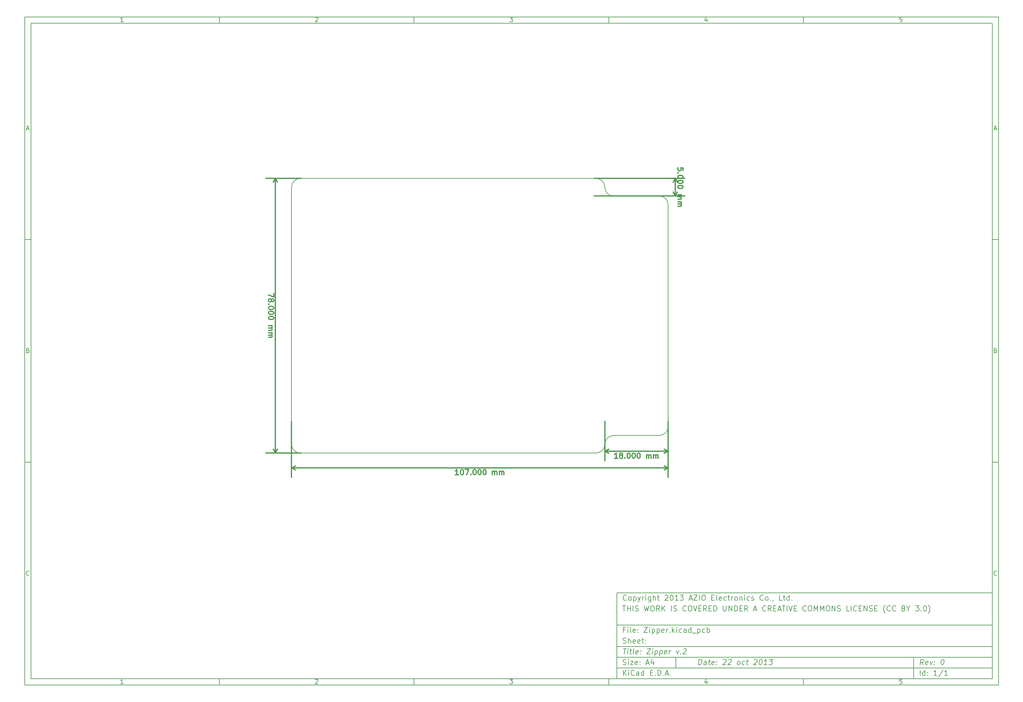
<source format=gbr>
G04 (created by PCBNEW (2013-07-07 BZR 4022)-stable) date 10/22/2013 6:32:42 PM*
%MOIN*%
G04 Gerber Fmt 3.4, Leading zero omitted, Abs format*
%FSLAX34Y34*%
G01*
G70*
G90*
G04 APERTURE LIST*
%ADD10C,0.00590551*%
%ADD11C,0.011811*%
%ADD12C,0.00787402*%
G04 APERTURE END LIST*
G54D10*
X4000Y-4000D02*
X112930Y-4000D01*
X112930Y-78680D01*
X4000Y-78680D01*
X4000Y-4000D01*
X4700Y-4700D02*
X112230Y-4700D01*
X112230Y-77980D01*
X4700Y-77980D01*
X4700Y-4700D01*
X25780Y-4000D02*
X25780Y-4700D01*
X15032Y-4552D02*
X14747Y-4552D01*
X14890Y-4552D02*
X14890Y-4052D01*
X14842Y-4123D01*
X14794Y-4171D01*
X14747Y-4195D01*
X25780Y-78680D02*
X25780Y-77980D01*
X15032Y-78532D02*
X14747Y-78532D01*
X14890Y-78532D02*
X14890Y-78032D01*
X14842Y-78103D01*
X14794Y-78151D01*
X14747Y-78175D01*
X47560Y-4000D02*
X47560Y-4700D01*
X36527Y-4100D02*
X36550Y-4076D01*
X36598Y-4052D01*
X36717Y-4052D01*
X36765Y-4076D01*
X36789Y-4100D01*
X36812Y-4147D01*
X36812Y-4195D01*
X36789Y-4266D01*
X36503Y-4552D01*
X36812Y-4552D01*
X47560Y-78680D02*
X47560Y-77980D01*
X36527Y-78080D02*
X36550Y-78056D01*
X36598Y-78032D01*
X36717Y-78032D01*
X36765Y-78056D01*
X36789Y-78080D01*
X36812Y-78127D01*
X36812Y-78175D01*
X36789Y-78246D01*
X36503Y-78532D01*
X36812Y-78532D01*
X69340Y-4000D02*
X69340Y-4700D01*
X58283Y-4052D02*
X58592Y-4052D01*
X58426Y-4242D01*
X58497Y-4242D01*
X58545Y-4266D01*
X58569Y-4290D01*
X58592Y-4338D01*
X58592Y-4457D01*
X58569Y-4504D01*
X58545Y-4528D01*
X58497Y-4552D01*
X58354Y-4552D01*
X58307Y-4528D01*
X58283Y-4504D01*
X69340Y-78680D02*
X69340Y-77980D01*
X58283Y-78032D02*
X58592Y-78032D01*
X58426Y-78222D01*
X58497Y-78222D01*
X58545Y-78246D01*
X58569Y-78270D01*
X58592Y-78318D01*
X58592Y-78437D01*
X58569Y-78484D01*
X58545Y-78508D01*
X58497Y-78532D01*
X58354Y-78532D01*
X58307Y-78508D01*
X58283Y-78484D01*
X91120Y-4000D02*
X91120Y-4700D01*
X80325Y-4219D02*
X80325Y-4552D01*
X80206Y-4028D02*
X80087Y-4385D01*
X80396Y-4385D01*
X91120Y-78680D02*
X91120Y-77980D01*
X80325Y-78199D02*
X80325Y-78532D01*
X80206Y-78008D02*
X80087Y-78365D01*
X80396Y-78365D01*
X102129Y-4052D02*
X101890Y-4052D01*
X101867Y-4290D01*
X101890Y-4266D01*
X101938Y-4242D01*
X102057Y-4242D01*
X102105Y-4266D01*
X102129Y-4290D01*
X102152Y-4338D01*
X102152Y-4457D01*
X102129Y-4504D01*
X102105Y-4528D01*
X102057Y-4552D01*
X101938Y-4552D01*
X101890Y-4528D01*
X101867Y-4504D01*
X102129Y-78032D02*
X101890Y-78032D01*
X101867Y-78270D01*
X101890Y-78246D01*
X101938Y-78222D01*
X102057Y-78222D01*
X102105Y-78246D01*
X102129Y-78270D01*
X102152Y-78318D01*
X102152Y-78437D01*
X102129Y-78484D01*
X102105Y-78508D01*
X102057Y-78532D01*
X101938Y-78532D01*
X101890Y-78508D01*
X101867Y-78484D01*
X4000Y-28890D02*
X4700Y-28890D01*
X4230Y-16509D02*
X4469Y-16509D01*
X4183Y-16652D02*
X4350Y-16152D01*
X4516Y-16652D01*
X112930Y-28890D02*
X112230Y-28890D01*
X112460Y-16509D02*
X112699Y-16509D01*
X112413Y-16652D02*
X112580Y-16152D01*
X112746Y-16652D01*
X4000Y-53780D02*
X4700Y-53780D01*
X4385Y-41280D02*
X4457Y-41304D01*
X4480Y-41328D01*
X4504Y-41375D01*
X4504Y-41447D01*
X4480Y-41494D01*
X4457Y-41518D01*
X4409Y-41542D01*
X4219Y-41542D01*
X4219Y-41042D01*
X4385Y-41042D01*
X4433Y-41066D01*
X4457Y-41090D01*
X4480Y-41137D01*
X4480Y-41185D01*
X4457Y-41232D01*
X4433Y-41256D01*
X4385Y-41280D01*
X4219Y-41280D01*
X112930Y-53780D02*
X112230Y-53780D01*
X112615Y-41280D02*
X112687Y-41304D01*
X112710Y-41328D01*
X112734Y-41375D01*
X112734Y-41447D01*
X112710Y-41494D01*
X112687Y-41518D01*
X112639Y-41542D01*
X112449Y-41542D01*
X112449Y-41042D01*
X112615Y-41042D01*
X112663Y-41066D01*
X112687Y-41090D01*
X112710Y-41137D01*
X112710Y-41185D01*
X112687Y-41232D01*
X112663Y-41256D01*
X112615Y-41280D01*
X112449Y-41280D01*
X4504Y-66384D02*
X4480Y-66408D01*
X4409Y-66432D01*
X4361Y-66432D01*
X4290Y-66408D01*
X4242Y-66360D01*
X4219Y-66313D01*
X4195Y-66218D01*
X4195Y-66146D01*
X4219Y-66051D01*
X4242Y-66003D01*
X4290Y-65956D01*
X4361Y-65932D01*
X4409Y-65932D01*
X4480Y-65956D01*
X4504Y-65980D01*
X112734Y-66384D02*
X112710Y-66408D01*
X112639Y-66432D01*
X112591Y-66432D01*
X112520Y-66408D01*
X112472Y-66360D01*
X112449Y-66313D01*
X112425Y-66218D01*
X112425Y-66146D01*
X112449Y-66051D01*
X112472Y-66003D01*
X112520Y-65956D01*
X112591Y-65932D01*
X112639Y-65932D01*
X112710Y-65956D01*
X112734Y-65980D01*
X79380Y-76422D02*
X79455Y-75822D01*
X79597Y-75822D01*
X79680Y-75851D01*
X79730Y-75908D01*
X79751Y-75965D01*
X79765Y-76080D01*
X79755Y-76165D01*
X79712Y-76280D01*
X79676Y-76337D01*
X79612Y-76394D01*
X79522Y-76422D01*
X79380Y-76422D01*
X80237Y-76422D02*
X80276Y-76108D01*
X80255Y-76051D01*
X80201Y-76022D01*
X80087Y-76022D01*
X80026Y-76051D01*
X80240Y-76394D02*
X80180Y-76422D01*
X80037Y-76422D01*
X79983Y-76394D01*
X79962Y-76337D01*
X79969Y-76280D01*
X80005Y-76222D01*
X80065Y-76194D01*
X80208Y-76194D01*
X80269Y-76165D01*
X80487Y-76022D02*
X80715Y-76022D01*
X80597Y-75822D02*
X80533Y-76337D01*
X80555Y-76394D01*
X80608Y-76422D01*
X80665Y-76422D01*
X81097Y-76394D02*
X81037Y-76422D01*
X80922Y-76422D01*
X80869Y-76394D01*
X80847Y-76337D01*
X80876Y-76108D01*
X80912Y-76051D01*
X80972Y-76022D01*
X81087Y-76022D01*
X81140Y-76051D01*
X81162Y-76108D01*
X81155Y-76165D01*
X80862Y-76222D01*
X81387Y-76365D02*
X81412Y-76394D01*
X81380Y-76422D01*
X81355Y-76394D01*
X81387Y-76365D01*
X81380Y-76422D01*
X81426Y-76051D02*
X81451Y-76080D01*
X81419Y-76108D01*
X81394Y-76080D01*
X81426Y-76051D01*
X81419Y-76108D01*
X82162Y-75880D02*
X82194Y-75851D01*
X82255Y-75822D01*
X82397Y-75822D01*
X82451Y-75851D01*
X82476Y-75880D01*
X82497Y-75937D01*
X82490Y-75994D01*
X82451Y-76080D01*
X82065Y-76422D01*
X82437Y-76422D01*
X82733Y-75880D02*
X82765Y-75851D01*
X82826Y-75822D01*
X82969Y-75822D01*
X83022Y-75851D01*
X83047Y-75880D01*
X83069Y-75937D01*
X83062Y-75994D01*
X83022Y-76080D01*
X82637Y-76422D01*
X83008Y-76422D01*
X83808Y-76422D02*
X83755Y-76394D01*
X83730Y-76365D01*
X83708Y-76308D01*
X83730Y-76137D01*
X83765Y-76080D01*
X83797Y-76051D01*
X83858Y-76022D01*
X83944Y-76022D01*
X83997Y-76051D01*
X84022Y-76080D01*
X84044Y-76137D01*
X84022Y-76308D01*
X83987Y-76365D01*
X83955Y-76394D01*
X83894Y-76422D01*
X83808Y-76422D01*
X84526Y-76394D02*
X84465Y-76422D01*
X84351Y-76422D01*
X84297Y-76394D01*
X84272Y-76365D01*
X84251Y-76308D01*
X84272Y-76137D01*
X84308Y-76080D01*
X84340Y-76051D01*
X84401Y-76022D01*
X84515Y-76022D01*
X84569Y-76051D01*
X84744Y-76022D02*
X84972Y-76022D01*
X84855Y-75822D02*
X84790Y-76337D01*
X84812Y-76394D01*
X84865Y-76422D01*
X84922Y-76422D01*
X85619Y-75880D02*
X85651Y-75851D01*
X85712Y-75822D01*
X85855Y-75822D01*
X85908Y-75851D01*
X85933Y-75880D01*
X85955Y-75937D01*
X85947Y-75994D01*
X85908Y-76080D01*
X85522Y-76422D01*
X85894Y-76422D01*
X86340Y-75822D02*
X86397Y-75822D01*
X86451Y-75851D01*
X86476Y-75880D01*
X86497Y-75937D01*
X86512Y-76051D01*
X86494Y-76194D01*
X86451Y-76308D01*
X86415Y-76365D01*
X86383Y-76394D01*
X86322Y-76422D01*
X86265Y-76422D01*
X86212Y-76394D01*
X86187Y-76365D01*
X86165Y-76308D01*
X86151Y-76194D01*
X86169Y-76051D01*
X86212Y-75937D01*
X86247Y-75880D01*
X86280Y-75851D01*
X86340Y-75822D01*
X87037Y-76422D02*
X86694Y-76422D01*
X86865Y-76422D02*
X86940Y-75822D01*
X86872Y-75908D01*
X86808Y-75965D01*
X86747Y-75994D01*
X87312Y-75822D02*
X87683Y-75822D01*
X87455Y-76051D01*
X87540Y-76051D01*
X87594Y-76080D01*
X87619Y-76108D01*
X87640Y-76165D01*
X87622Y-76308D01*
X87587Y-76365D01*
X87555Y-76394D01*
X87494Y-76422D01*
X87322Y-76422D01*
X87269Y-76394D01*
X87244Y-76365D01*
X70972Y-77622D02*
X70972Y-77022D01*
X71315Y-77622D02*
X71058Y-77280D01*
X71315Y-77022D02*
X70972Y-77365D01*
X71572Y-77622D02*
X71572Y-77222D01*
X71572Y-77022D02*
X71544Y-77051D01*
X71572Y-77080D01*
X71601Y-77051D01*
X71572Y-77022D01*
X71572Y-77080D01*
X72201Y-77565D02*
X72172Y-77594D01*
X72087Y-77622D01*
X72030Y-77622D01*
X71944Y-77594D01*
X71887Y-77537D01*
X71858Y-77480D01*
X71830Y-77365D01*
X71830Y-77280D01*
X71858Y-77165D01*
X71887Y-77108D01*
X71944Y-77051D01*
X72030Y-77022D01*
X72087Y-77022D01*
X72172Y-77051D01*
X72201Y-77080D01*
X72715Y-77622D02*
X72715Y-77308D01*
X72687Y-77251D01*
X72630Y-77222D01*
X72515Y-77222D01*
X72458Y-77251D01*
X72715Y-77594D02*
X72658Y-77622D01*
X72515Y-77622D01*
X72458Y-77594D01*
X72430Y-77537D01*
X72430Y-77480D01*
X72458Y-77422D01*
X72515Y-77394D01*
X72658Y-77394D01*
X72715Y-77365D01*
X73258Y-77622D02*
X73258Y-77022D01*
X73258Y-77594D02*
X73201Y-77622D01*
X73087Y-77622D01*
X73030Y-77594D01*
X73001Y-77565D01*
X72972Y-77508D01*
X72972Y-77337D01*
X73001Y-77280D01*
X73030Y-77251D01*
X73087Y-77222D01*
X73201Y-77222D01*
X73258Y-77251D01*
X74001Y-77308D02*
X74201Y-77308D01*
X74287Y-77622D02*
X74001Y-77622D01*
X74001Y-77022D01*
X74287Y-77022D01*
X74544Y-77565D02*
X74572Y-77594D01*
X74544Y-77622D01*
X74515Y-77594D01*
X74544Y-77565D01*
X74544Y-77622D01*
X74829Y-77622D02*
X74829Y-77022D01*
X74972Y-77022D01*
X75058Y-77051D01*
X75115Y-77108D01*
X75144Y-77165D01*
X75172Y-77280D01*
X75172Y-77365D01*
X75144Y-77480D01*
X75115Y-77537D01*
X75058Y-77594D01*
X74972Y-77622D01*
X74829Y-77622D01*
X75429Y-77565D02*
X75458Y-77594D01*
X75429Y-77622D01*
X75401Y-77594D01*
X75429Y-77565D01*
X75429Y-77622D01*
X75687Y-77451D02*
X75972Y-77451D01*
X75629Y-77622D02*
X75829Y-77022D01*
X76029Y-77622D01*
X76229Y-77565D02*
X76258Y-77594D01*
X76229Y-77622D01*
X76201Y-77594D01*
X76229Y-77565D01*
X76229Y-77622D01*
X104522Y-76422D02*
X104358Y-76137D01*
X104180Y-76422D02*
X104255Y-75822D01*
X104483Y-75822D01*
X104537Y-75851D01*
X104562Y-75880D01*
X104583Y-75937D01*
X104572Y-76022D01*
X104537Y-76080D01*
X104505Y-76108D01*
X104444Y-76137D01*
X104215Y-76137D01*
X105012Y-76394D02*
X104951Y-76422D01*
X104837Y-76422D01*
X104783Y-76394D01*
X104762Y-76337D01*
X104790Y-76108D01*
X104826Y-76051D01*
X104887Y-76022D01*
X105001Y-76022D01*
X105055Y-76051D01*
X105076Y-76108D01*
X105069Y-76165D01*
X104776Y-76222D01*
X105287Y-76022D02*
X105380Y-76422D01*
X105572Y-76022D01*
X105758Y-76365D02*
X105783Y-76394D01*
X105751Y-76422D01*
X105726Y-76394D01*
X105758Y-76365D01*
X105751Y-76422D01*
X105797Y-76051D02*
X105822Y-76080D01*
X105790Y-76108D01*
X105765Y-76080D01*
X105797Y-76051D01*
X105790Y-76108D01*
X106683Y-75822D02*
X106740Y-75822D01*
X106794Y-75851D01*
X106819Y-75880D01*
X106840Y-75937D01*
X106855Y-76051D01*
X106837Y-76194D01*
X106794Y-76308D01*
X106758Y-76365D01*
X106726Y-76394D01*
X106665Y-76422D01*
X106608Y-76422D01*
X106555Y-76394D01*
X106530Y-76365D01*
X106508Y-76308D01*
X106494Y-76194D01*
X106512Y-76051D01*
X106555Y-75937D01*
X106590Y-75880D01*
X106622Y-75851D01*
X106683Y-75822D01*
X70944Y-76394D02*
X71030Y-76422D01*
X71172Y-76422D01*
X71230Y-76394D01*
X71258Y-76365D01*
X71287Y-76308D01*
X71287Y-76251D01*
X71258Y-76194D01*
X71230Y-76165D01*
X71172Y-76137D01*
X71058Y-76108D01*
X71001Y-76080D01*
X70972Y-76051D01*
X70944Y-75994D01*
X70944Y-75937D01*
X70972Y-75880D01*
X71001Y-75851D01*
X71058Y-75822D01*
X71201Y-75822D01*
X71287Y-75851D01*
X71544Y-76422D02*
X71544Y-76022D01*
X71544Y-75822D02*
X71515Y-75851D01*
X71544Y-75880D01*
X71572Y-75851D01*
X71544Y-75822D01*
X71544Y-75880D01*
X71772Y-76022D02*
X72087Y-76022D01*
X71772Y-76422D01*
X72087Y-76422D01*
X72544Y-76394D02*
X72487Y-76422D01*
X72372Y-76422D01*
X72315Y-76394D01*
X72287Y-76337D01*
X72287Y-76108D01*
X72315Y-76051D01*
X72372Y-76022D01*
X72487Y-76022D01*
X72544Y-76051D01*
X72572Y-76108D01*
X72572Y-76165D01*
X72287Y-76222D01*
X72830Y-76365D02*
X72858Y-76394D01*
X72830Y-76422D01*
X72801Y-76394D01*
X72830Y-76365D01*
X72830Y-76422D01*
X72830Y-76051D02*
X72858Y-76080D01*
X72830Y-76108D01*
X72801Y-76080D01*
X72830Y-76051D01*
X72830Y-76108D01*
X73544Y-76251D02*
X73830Y-76251D01*
X73487Y-76422D02*
X73687Y-75822D01*
X73887Y-76422D01*
X74344Y-76022D02*
X74344Y-76422D01*
X74201Y-75794D02*
X74058Y-76222D01*
X74430Y-76222D01*
X104172Y-77622D02*
X104172Y-77022D01*
X104715Y-77622D02*
X104715Y-77022D01*
X104715Y-77594D02*
X104658Y-77622D01*
X104544Y-77622D01*
X104487Y-77594D01*
X104458Y-77565D01*
X104430Y-77508D01*
X104430Y-77337D01*
X104458Y-77280D01*
X104487Y-77251D01*
X104544Y-77222D01*
X104658Y-77222D01*
X104715Y-77251D01*
X105001Y-77565D02*
X105030Y-77594D01*
X105001Y-77622D01*
X104972Y-77594D01*
X105001Y-77565D01*
X105001Y-77622D01*
X105001Y-77251D02*
X105030Y-77280D01*
X105001Y-77308D01*
X104972Y-77280D01*
X105001Y-77251D01*
X105001Y-77308D01*
X106058Y-77622D02*
X105715Y-77622D01*
X105887Y-77622D02*
X105887Y-77022D01*
X105829Y-77108D01*
X105772Y-77165D01*
X105715Y-77194D01*
X106744Y-76994D02*
X106230Y-77765D01*
X107258Y-77622D02*
X106915Y-77622D01*
X107087Y-77622D02*
X107087Y-77022D01*
X107029Y-77108D01*
X106972Y-77165D01*
X106915Y-77194D01*
X70969Y-74622D02*
X71312Y-74622D01*
X71065Y-75222D02*
X71140Y-74622D01*
X71437Y-75222D02*
X71487Y-74822D01*
X71512Y-74622D02*
X71480Y-74651D01*
X71505Y-74680D01*
X71537Y-74651D01*
X71512Y-74622D01*
X71505Y-74680D01*
X71687Y-74822D02*
X71915Y-74822D01*
X71797Y-74622D02*
X71733Y-75137D01*
X71755Y-75194D01*
X71808Y-75222D01*
X71865Y-75222D01*
X72151Y-75222D02*
X72097Y-75194D01*
X72076Y-75137D01*
X72140Y-74622D01*
X72612Y-75194D02*
X72551Y-75222D01*
X72437Y-75222D01*
X72383Y-75194D01*
X72362Y-75137D01*
X72390Y-74908D01*
X72426Y-74851D01*
X72487Y-74822D01*
X72601Y-74822D01*
X72655Y-74851D01*
X72676Y-74908D01*
X72669Y-74965D01*
X72376Y-75022D01*
X72901Y-75165D02*
X72926Y-75194D01*
X72894Y-75222D01*
X72869Y-75194D01*
X72901Y-75165D01*
X72894Y-75222D01*
X72940Y-74851D02*
X72965Y-74880D01*
X72933Y-74908D01*
X72908Y-74880D01*
X72940Y-74851D01*
X72933Y-74908D01*
X73655Y-74622D02*
X74055Y-74622D01*
X73580Y-75222D01*
X73980Y-75222D01*
X74208Y-75222D02*
X74258Y-74822D01*
X74283Y-74622D02*
X74251Y-74651D01*
X74276Y-74680D01*
X74308Y-74651D01*
X74283Y-74622D01*
X74276Y-74680D01*
X74544Y-74822D02*
X74469Y-75422D01*
X74540Y-74851D02*
X74601Y-74822D01*
X74715Y-74822D01*
X74769Y-74851D01*
X74794Y-74880D01*
X74815Y-74937D01*
X74794Y-75108D01*
X74758Y-75165D01*
X74726Y-75194D01*
X74665Y-75222D01*
X74551Y-75222D01*
X74497Y-75194D01*
X75087Y-74822D02*
X75012Y-75422D01*
X75083Y-74851D02*
X75144Y-74822D01*
X75258Y-74822D01*
X75312Y-74851D01*
X75337Y-74880D01*
X75358Y-74937D01*
X75337Y-75108D01*
X75301Y-75165D01*
X75269Y-75194D01*
X75208Y-75222D01*
X75094Y-75222D01*
X75040Y-75194D01*
X75812Y-75194D02*
X75751Y-75222D01*
X75637Y-75222D01*
X75583Y-75194D01*
X75562Y-75137D01*
X75590Y-74908D01*
X75626Y-74851D01*
X75687Y-74822D01*
X75801Y-74822D01*
X75855Y-74851D01*
X75876Y-74908D01*
X75869Y-74965D01*
X75576Y-75022D01*
X76094Y-75222D02*
X76144Y-74822D01*
X76130Y-74937D02*
X76165Y-74880D01*
X76197Y-74851D01*
X76258Y-74822D01*
X76315Y-74822D01*
X76915Y-74822D02*
X77008Y-75222D01*
X77201Y-74822D01*
X77387Y-75165D02*
X77412Y-75194D01*
X77380Y-75222D01*
X77355Y-75194D01*
X77387Y-75165D01*
X77380Y-75222D01*
X77705Y-74680D02*
X77737Y-74651D01*
X77797Y-74622D01*
X77940Y-74622D01*
X77994Y-74651D01*
X78019Y-74680D01*
X78040Y-74737D01*
X78033Y-74794D01*
X77994Y-74880D01*
X77608Y-75222D01*
X77980Y-75222D01*
X71172Y-72508D02*
X70972Y-72508D01*
X70972Y-72822D02*
X70972Y-72222D01*
X71258Y-72222D01*
X71487Y-72822D02*
X71487Y-72422D01*
X71487Y-72222D02*
X71458Y-72251D01*
X71487Y-72280D01*
X71515Y-72251D01*
X71487Y-72222D01*
X71487Y-72280D01*
X71858Y-72822D02*
X71801Y-72794D01*
X71772Y-72737D01*
X71772Y-72222D01*
X72315Y-72794D02*
X72258Y-72822D01*
X72144Y-72822D01*
X72087Y-72794D01*
X72058Y-72737D01*
X72058Y-72508D01*
X72087Y-72451D01*
X72144Y-72422D01*
X72258Y-72422D01*
X72315Y-72451D01*
X72344Y-72508D01*
X72344Y-72565D01*
X72058Y-72622D01*
X72601Y-72765D02*
X72630Y-72794D01*
X72601Y-72822D01*
X72572Y-72794D01*
X72601Y-72765D01*
X72601Y-72822D01*
X72601Y-72451D02*
X72630Y-72480D01*
X72601Y-72508D01*
X72572Y-72480D01*
X72601Y-72451D01*
X72601Y-72508D01*
X73287Y-72222D02*
X73687Y-72222D01*
X73287Y-72822D01*
X73687Y-72822D01*
X73915Y-72822D02*
X73915Y-72422D01*
X73915Y-72222D02*
X73887Y-72251D01*
X73915Y-72280D01*
X73944Y-72251D01*
X73915Y-72222D01*
X73915Y-72280D01*
X74201Y-72422D02*
X74201Y-73022D01*
X74201Y-72451D02*
X74258Y-72422D01*
X74372Y-72422D01*
X74430Y-72451D01*
X74458Y-72480D01*
X74487Y-72537D01*
X74487Y-72708D01*
X74458Y-72765D01*
X74430Y-72794D01*
X74372Y-72822D01*
X74258Y-72822D01*
X74201Y-72794D01*
X74744Y-72422D02*
X74744Y-73022D01*
X74744Y-72451D02*
X74801Y-72422D01*
X74915Y-72422D01*
X74972Y-72451D01*
X75001Y-72480D01*
X75030Y-72537D01*
X75030Y-72708D01*
X75001Y-72765D01*
X74972Y-72794D01*
X74915Y-72822D01*
X74801Y-72822D01*
X74744Y-72794D01*
X75515Y-72794D02*
X75458Y-72822D01*
X75344Y-72822D01*
X75287Y-72794D01*
X75258Y-72737D01*
X75258Y-72508D01*
X75287Y-72451D01*
X75344Y-72422D01*
X75458Y-72422D01*
X75515Y-72451D01*
X75544Y-72508D01*
X75544Y-72565D01*
X75258Y-72622D01*
X75801Y-72822D02*
X75801Y-72422D01*
X75801Y-72537D02*
X75830Y-72480D01*
X75858Y-72451D01*
X75915Y-72422D01*
X75972Y-72422D01*
X76172Y-72765D02*
X76201Y-72794D01*
X76172Y-72822D01*
X76144Y-72794D01*
X76172Y-72765D01*
X76172Y-72822D01*
X76458Y-72822D02*
X76458Y-72222D01*
X76515Y-72594D02*
X76687Y-72822D01*
X76687Y-72422D02*
X76458Y-72651D01*
X76944Y-72822D02*
X76944Y-72422D01*
X76944Y-72222D02*
X76915Y-72251D01*
X76944Y-72280D01*
X76972Y-72251D01*
X76944Y-72222D01*
X76944Y-72280D01*
X77487Y-72794D02*
X77430Y-72822D01*
X77315Y-72822D01*
X77258Y-72794D01*
X77230Y-72765D01*
X77201Y-72708D01*
X77201Y-72537D01*
X77230Y-72480D01*
X77258Y-72451D01*
X77315Y-72422D01*
X77430Y-72422D01*
X77487Y-72451D01*
X78001Y-72822D02*
X78001Y-72508D01*
X77972Y-72451D01*
X77915Y-72422D01*
X77801Y-72422D01*
X77744Y-72451D01*
X78001Y-72794D02*
X77944Y-72822D01*
X77801Y-72822D01*
X77744Y-72794D01*
X77715Y-72737D01*
X77715Y-72680D01*
X77744Y-72622D01*
X77801Y-72594D01*
X77944Y-72594D01*
X78001Y-72565D01*
X78544Y-72822D02*
X78544Y-72222D01*
X78544Y-72794D02*
X78487Y-72822D01*
X78372Y-72822D01*
X78315Y-72794D01*
X78287Y-72765D01*
X78258Y-72708D01*
X78258Y-72537D01*
X78287Y-72480D01*
X78315Y-72451D01*
X78372Y-72422D01*
X78487Y-72422D01*
X78544Y-72451D01*
X78687Y-72880D02*
X79144Y-72880D01*
X79287Y-72422D02*
X79287Y-73022D01*
X79287Y-72451D02*
X79344Y-72422D01*
X79458Y-72422D01*
X79515Y-72451D01*
X79544Y-72480D01*
X79572Y-72537D01*
X79572Y-72708D01*
X79544Y-72765D01*
X79515Y-72794D01*
X79458Y-72822D01*
X79344Y-72822D01*
X79287Y-72794D01*
X80087Y-72794D02*
X80030Y-72822D01*
X79915Y-72822D01*
X79858Y-72794D01*
X79830Y-72765D01*
X79801Y-72708D01*
X79801Y-72537D01*
X79830Y-72480D01*
X79858Y-72451D01*
X79915Y-72422D01*
X80030Y-72422D01*
X80087Y-72451D01*
X80344Y-72822D02*
X80344Y-72222D01*
X80344Y-72451D02*
X80401Y-72422D01*
X80515Y-72422D01*
X80572Y-72451D01*
X80601Y-72480D01*
X80630Y-72537D01*
X80630Y-72708D01*
X80601Y-72765D01*
X80572Y-72794D01*
X80515Y-72822D01*
X80401Y-72822D01*
X80344Y-72794D01*
X70944Y-73994D02*
X71030Y-74022D01*
X71172Y-74022D01*
X71230Y-73994D01*
X71258Y-73965D01*
X71287Y-73908D01*
X71287Y-73851D01*
X71258Y-73794D01*
X71230Y-73765D01*
X71172Y-73737D01*
X71058Y-73708D01*
X71001Y-73680D01*
X70972Y-73651D01*
X70944Y-73594D01*
X70944Y-73537D01*
X70972Y-73480D01*
X71001Y-73451D01*
X71058Y-73422D01*
X71201Y-73422D01*
X71287Y-73451D01*
X71544Y-74022D02*
X71544Y-73422D01*
X71801Y-74022D02*
X71801Y-73708D01*
X71772Y-73651D01*
X71715Y-73622D01*
X71630Y-73622D01*
X71572Y-73651D01*
X71544Y-73680D01*
X72315Y-73994D02*
X72258Y-74022D01*
X72144Y-74022D01*
X72087Y-73994D01*
X72058Y-73937D01*
X72058Y-73708D01*
X72087Y-73651D01*
X72144Y-73622D01*
X72258Y-73622D01*
X72315Y-73651D01*
X72344Y-73708D01*
X72344Y-73765D01*
X72058Y-73822D01*
X72830Y-73994D02*
X72772Y-74022D01*
X72658Y-74022D01*
X72601Y-73994D01*
X72572Y-73937D01*
X72572Y-73708D01*
X72601Y-73651D01*
X72658Y-73622D01*
X72772Y-73622D01*
X72830Y-73651D01*
X72858Y-73708D01*
X72858Y-73765D01*
X72572Y-73822D01*
X73030Y-73622D02*
X73258Y-73622D01*
X73115Y-73422D02*
X73115Y-73937D01*
X73144Y-73994D01*
X73201Y-74022D01*
X73258Y-74022D01*
X73458Y-73965D02*
X73487Y-73994D01*
X73458Y-74022D01*
X73430Y-73994D01*
X73458Y-73965D01*
X73458Y-74022D01*
X73458Y-73651D02*
X73487Y-73680D01*
X73458Y-73708D01*
X73430Y-73680D01*
X73458Y-73651D01*
X73458Y-73708D01*
X70887Y-69822D02*
X71230Y-69822D01*
X71058Y-70422D02*
X71058Y-69822D01*
X71430Y-70422D02*
X71430Y-69822D01*
X71430Y-70108D02*
X71772Y-70108D01*
X71772Y-70422D02*
X71772Y-69822D01*
X72058Y-70422D02*
X72058Y-69822D01*
X72315Y-70394D02*
X72401Y-70422D01*
X72544Y-70422D01*
X72601Y-70394D01*
X72629Y-70365D01*
X72658Y-70308D01*
X72658Y-70251D01*
X72629Y-70194D01*
X72601Y-70165D01*
X72544Y-70137D01*
X72429Y-70108D01*
X72372Y-70080D01*
X72344Y-70051D01*
X72315Y-69994D01*
X72315Y-69937D01*
X72344Y-69880D01*
X72372Y-69851D01*
X72429Y-69822D01*
X72572Y-69822D01*
X72658Y-69851D01*
X73315Y-69822D02*
X73458Y-70422D01*
X73572Y-69994D01*
X73687Y-70422D01*
X73830Y-69822D01*
X74172Y-69822D02*
X74287Y-69822D01*
X74344Y-69851D01*
X74401Y-69908D01*
X74430Y-70022D01*
X74430Y-70222D01*
X74401Y-70337D01*
X74344Y-70394D01*
X74287Y-70422D01*
X74172Y-70422D01*
X74115Y-70394D01*
X74058Y-70337D01*
X74030Y-70222D01*
X74030Y-70022D01*
X74058Y-69908D01*
X74115Y-69851D01*
X74172Y-69822D01*
X75029Y-70422D02*
X74829Y-70137D01*
X74687Y-70422D02*
X74687Y-69822D01*
X74915Y-69822D01*
X74972Y-69851D01*
X75001Y-69880D01*
X75029Y-69937D01*
X75029Y-70022D01*
X75001Y-70080D01*
X74972Y-70108D01*
X74915Y-70137D01*
X74687Y-70137D01*
X75287Y-70422D02*
X75287Y-69822D01*
X75629Y-70422D02*
X75372Y-70080D01*
X75629Y-69822D02*
X75287Y-70165D01*
X76344Y-70422D02*
X76344Y-69822D01*
X76601Y-70394D02*
X76687Y-70422D01*
X76829Y-70422D01*
X76887Y-70394D01*
X76915Y-70365D01*
X76944Y-70308D01*
X76944Y-70251D01*
X76915Y-70194D01*
X76887Y-70165D01*
X76829Y-70137D01*
X76715Y-70108D01*
X76658Y-70080D01*
X76629Y-70051D01*
X76601Y-69994D01*
X76601Y-69937D01*
X76629Y-69880D01*
X76658Y-69851D01*
X76715Y-69822D01*
X76858Y-69822D01*
X76944Y-69851D01*
X78001Y-70365D02*
X77972Y-70394D01*
X77887Y-70422D01*
X77830Y-70422D01*
X77744Y-70394D01*
X77687Y-70337D01*
X77658Y-70280D01*
X77630Y-70165D01*
X77630Y-70080D01*
X77658Y-69965D01*
X77687Y-69908D01*
X77744Y-69851D01*
X77830Y-69822D01*
X77887Y-69822D01*
X77972Y-69851D01*
X78001Y-69880D01*
X78372Y-69822D02*
X78487Y-69822D01*
X78544Y-69851D01*
X78601Y-69908D01*
X78630Y-70022D01*
X78630Y-70222D01*
X78601Y-70337D01*
X78544Y-70394D01*
X78487Y-70422D01*
X78372Y-70422D01*
X78315Y-70394D01*
X78258Y-70337D01*
X78230Y-70222D01*
X78230Y-70022D01*
X78258Y-69908D01*
X78315Y-69851D01*
X78372Y-69822D01*
X78801Y-69822D02*
X79001Y-70422D01*
X79201Y-69822D01*
X79401Y-70108D02*
X79601Y-70108D01*
X79687Y-70422D02*
X79401Y-70422D01*
X79401Y-69822D01*
X79687Y-69822D01*
X80287Y-70422D02*
X80087Y-70137D01*
X79944Y-70422D02*
X79944Y-69822D01*
X80172Y-69822D01*
X80229Y-69851D01*
X80258Y-69880D01*
X80287Y-69937D01*
X80287Y-70022D01*
X80258Y-70080D01*
X80229Y-70108D01*
X80172Y-70137D01*
X79944Y-70137D01*
X80544Y-70108D02*
X80744Y-70108D01*
X80829Y-70422D02*
X80544Y-70422D01*
X80544Y-69822D01*
X80829Y-69822D01*
X81087Y-70422D02*
X81087Y-69822D01*
X81229Y-69822D01*
X81315Y-69851D01*
X81372Y-69908D01*
X81401Y-69965D01*
X81429Y-70080D01*
X81429Y-70165D01*
X81401Y-70280D01*
X81372Y-70337D01*
X81315Y-70394D01*
X81229Y-70422D01*
X81087Y-70422D01*
X82144Y-69822D02*
X82144Y-70308D01*
X82172Y-70365D01*
X82201Y-70394D01*
X82258Y-70422D01*
X82372Y-70422D01*
X82429Y-70394D01*
X82458Y-70365D01*
X82487Y-70308D01*
X82487Y-69822D01*
X82772Y-70422D02*
X82772Y-69822D01*
X83115Y-70422D01*
X83115Y-69822D01*
X83401Y-70422D02*
X83401Y-69822D01*
X83544Y-69822D01*
X83629Y-69851D01*
X83687Y-69908D01*
X83715Y-69965D01*
X83744Y-70080D01*
X83744Y-70165D01*
X83715Y-70280D01*
X83687Y-70337D01*
X83629Y-70394D01*
X83544Y-70422D01*
X83401Y-70422D01*
X84001Y-70108D02*
X84201Y-70108D01*
X84287Y-70422D02*
X84001Y-70422D01*
X84001Y-69822D01*
X84287Y-69822D01*
X84887Y-70422D02*
X84687Y-70137D01*
X84544Y-70422D02*
X84544Y-69822D01*
X84772Y-69822D01*
X84829Y-69851D01*
X84858Y-69880D01*
X84887Y-69937D01*
X84887Y-70022D01*
X84858Y-70080D01*
X84829Y-70108D01*
X84772Y-70137D01*
X84544Y-70137D01*
X85572Y-70251D02*
X85858Y-70251D01*
X85515Y-70422D02*
X85715Y-69822D01*
X85915Y-70422D01*
X86915Y-70365D02*
X86887Y-70394D01*
X86801Y-70422D01*
X86744Y-70422D01*
X86658Y-70394D01*
X86601Y-70337D01*
X86572Y-70280D01*
X86544Y-70165D01*
X86544Y-70080D01*
X86572Y-69965D01*
X86601Y-69908D01*
X86658Y-69851D01*
X86744Y-69822D01*
X86801Y-69822D01*
X86887Y-69851D01*
X86915Y-69880D01*
X87515Y-70422D02*
X87315Y-70137D01*
X87172Y-70422D02*
X87172Y-69822D01*
X87401Y-69822D01*
X87458Y-69851D01*
X87487Y-69880D01*
X87515Y-69937D01*
X87515Y-70022D01*
X87487Y-70080D01*
X87458Y-70108D01*
X87401Y-70137D01*
X87172Y-70137D01*
X87772Y-70108D02*
X87972Y-70108D01*
X88058Y-70422D02*
X87772Y-70422D01*
X87772Y-69822D01*
X88058Y-69822D01*
X88287Y-70251D02*
X88572Y-70251D01*
X88229Y-70422D02*
X88429Y-69822D01*
X88629Y-70422D01*
X88744Y-69822D02*
X89087Y-69822D01*
X88915Y-70422D02*
X88915Y-69822D01*
X89287Y-70422D02*
X89287Y-69822D01*
X89487Y-69822D02*
X89687Y-70422D01*
X89887Y-69822D01*
X90087Y-70108D02*
X90287Y-70108D01*
X90372Y-70422D02*
X90087Y-70422D01*
X90087Y-69822D01*
X90372Y-69822D01*
X91429Y-70365D02*
X91401Y-70394D01*
X91315Y-70422D01*
X91258Y-70422D01*
X91172Y-70394D01*
X91115Y-70337D01*
X91087Y-70280D01*
X91058Y-70165D01*
X91058Y-70080D01*
X91087Y-69965D01*
X91115Y-69908D01*
X91172Y-69851D01*
X91258Y-69822D01*
X91315Y-69822D01*
X91401Y-69851D01*
X91429Y-69880D01*
X91801Y-69822D02*
X91915Y-69822D01*
X91972Y-69851D01*
X92029Y-69908D01*
X92058Y-70022D01*
X92058Y-70222D01*
X92029Y-70337D01*
X91972Y-70394D01*
X91915Y-70422D01*
X91801Y-70422D01*
X91744Y-70394D01*
X91687Y-70337D01*
X91658Y-70222D01*
X91658Y-70022D01*
X91687Y-69908D01*
X91744Y-69851D01*
X91801Y-69822D01*
X92315Y-70422D02*
X92315Y-69822D01*
X92515Y-70251D01*
X92715Y-69822D01*
X92715Y-70422D01*
X93001Y-70422D02*
X93001Y-69822D01*
X93201Y-70251D01*
X93401Y-69822D01*
X93401Y-70422D01*
X93801Y-69822D02*
X93915Y-69822D01*
X93972Y-69851D01*
X94029Y-69908D01*
X94058Y-70022D01*
X94058Y-70222D01*
X94029Y-70337D01*
X93972Y-70394D01*
X93915Y-70422D01*
X93801Y-70422D01*
X93744Y-70394D01*
X93687Y-70337D01*
X93658Y-70222D01*
X93658Y-70022D01*
X93687Y-69908D01*
X93744Y-69851D01*
X93801Y-69822D01*
X94315Y-70422D02*
X94315Y-69822D01*
X94658Y-70422D01*
X94658Y-69822D01*
X94915Y-70394D02*
X95001Y-70422D01*
X95144Y-70422D01*
X95201Y-70394D01*
X95229Y-70365D01*
X95258Y-70308D01*
X95258Y-70251D01*
X95229Y-70194D01*
X95201Y-70165D01*
X95144Y-70137D01*
X95029Y-70108D01*
X94972Y-70080D01*
X94944Y-70051D01*
X94915Y-69994D01*
X94915Y-69937D01*
X94944Y-69880D01*
X94972Y-69851D01*
X95029Y-69822D01*
X95172Y-69822D01*
X95258Y-69851D01*
X96258Y-70422D02*
X95972Y-70422D01*
X95972Y-69822D01*
X96458Y-70422D02*
X96458Y-69822D01*
X97087Y-70365D02*
X97058Y-70394D01*
X96972Y-70422D01*
X96915Y-70422D01*
X96829Y-70394D01*
X96772Y-70337D01*
X96744Y-70280D01*
X96715Y-70165D01*
X96715Y-70080D01*
X96744Y-69965D01*
X96772Y-69908D01*
X96829Y-69851D01*
X96915Y-69822D01*
X96972Y-69822D01*
X97058Y-69851D01*
X97087Y-69880D01*
X97344Y-70108D02*
X97544Y-70108D01*
X97629Y-70422D02*
X97344Y-70422D01*
X97344Y-69822D01*
X97629Y-69822D01*
X97887Y-70422D02*
X97887Y-69822D01*
X98229Y-70422D01*
X98229Y-69822D01*
X98487Y-70394D02*
X98572Y-70422D01*
X98715Y-70422D01*
X98772Y-70394D01*
X98801Y-70365D01*
X98829Y-70308D01*
X98829Y-70251D01*
X98801Y-70194D01*
X98772Y-70165D01*
X98715Y-70137D01*
X98601Y-70108D01*
X98544Y-70080D01*
X98515Y-70051D01*
X98487Y-69994D01*
X98487Y-69937D01*
X98515Y-69880D01*
X98544Y-69851D01*
X98601Y-69822D01*
X98744Y-69822D01*
X98829Y-69851D01*
X99087Y-70108D02*
X99287Y-70108D01*
X99372Y-70422D02*
X99087Y-70422D01*
X99087Y-69822D01*
X99372Y-69822D01*
X100258Y-70651D02*
X100229Y-70622D01*
X100172Y-70537D01*
X100144Y-70480D01*
X100115Y-70394D01*
X100087Y-70251D01*
X100087Y-70137D01*
X100115Y-69994D01*
X100144Y-69908D01*
X100172Y-69851D01*
X100229Y-69765D01*
X100258Y-69737D01*
X100829Y-70365D02*
X100801Y-70394D01*
X100715Y-70422D01*
X100658Y-70422D01*
X100572Y-70394D01*
X100515Y-70337D01*
X100487Y-70280D01*
X100458Y-70165D01*
X100458Y-70080D01*
X100487Y-69965D01*
X100515Y-69908D01*
X100572Y-69851D01*
X100658Y-69822D01*
X100715Y-69822D01*
X100801Y-69851D01*
X100829Y-69880D01*
X101429Y-70365D02*
X101401Y-70394D01*
X101315Y-70422D01*
X101258Y-70422D01*
X101172Y-70394D01*
X101115Y-70337D01*
X101087Y-70280D01*
X101058Y-70165D01*
X101058Y-70080D01*
X101087Y-69965D01*
X101115Y-69908D01*
X101172Y-69851D01*
X101258Y-69822D01*
X101315Y-69822D01*
X101401Y-69851D01*
X101429Y-69880D01*
X102344Y-70108D02*
X102429Y-70137D01*
X102458Y-70165D01*
X102487Y-70222D01*
X102487Y-70308D01*
X102458Y-70365D01*
X102429Y-70394D01*
X102372Y-70422D01*
X102144Y-70422D01*
X102144Y-69822D01*
X102344Y-69822D01*
X102401Y-69851D01*
X102429Y-69880D01*
X102458Y-69937D01*
X102458Y-69994D01*
X102429Y-70051D01*
X102401Y-70080D01*
X102344Y-70108D01*
X102144Y-70108D01*
X102858Y-70137D02*
X102858Y-70422D01*
X102658Y-69822D02*
X102858Y-70137D01*
X103058Y-69822D01*
X103658Y-69822D02*
X104029Y-69822D01*
X103829Y-70051D01*
X103915Y-70051D01*
X103972Y-70080D01*
X104001Y-70108D01*
X104029Y-70165D01*
X104029Y-70308D01*
X104001Y-70365D01*
X103972Y-70394D01*
X103915Y-70422D01*
X103744Y-70422D01*
X103687Y-70394D01*
X103658Y-70365D01*
X104287Y-70365D02*
X104315Y-70394D01*
X104287Y-70422D01*
X104258Y-70394D01*
X104287Y-70365D01*
X104287Y-70422D01*
X104687Y-69822D02*
X104744Y-69822D01*
X104801Y-69851D01*
X104829Y-69880D01*
X104858Y-69937D01*
X104887Y-70051D01*
X104887Y-70194D01*
X104858Y-70308D01*
X104829Y-70365D01*
X104801Y-70394D01*
X104744Y-70422D01*
X104687Y-70422D01*
X104629Y-70394D01*
X104601Y-70365D01*
X104572Y-70308D01*
X104544Y-70194D01*
X104544Y-70051D01*
X104572Y-69937D01*
X104601Y-69880D01*
X104629Y-69851D01*
X104687Y-69822D01*
X105087Y-70651D02*
X105115Y-70622D01*
X105172Y-70537D01*
X105201Y-70480D01*
X105229Y-70394D01*
X105258Y-70251D01*
X105258Y-70137D01*
X105229Y-69994D01*
X105201Y-69908D01*
X105172Y-69851D01*
X105115Y-69765D01*
X105087Y-69737D01*
X71315Y-69165D02*
X71287Y-69194D01*
X71201Y-69222D01*
X71144Y-69222D01*
X71058Y-69194D01*
X71001Y-69137D01*
X70972Y-69080D01*
X70944Y-68965D01*
X70944Y-68880D01*
X70972Y-68765D01*
X71001Y-68708D01*
X71058Y-68651D01*
X71144Y-68622D01*
X71201Y-68622D01*
X71287Y-68651D01*
X71315Y-68680D01*
X71658Y-69222D02*
X71601Y-69194D01*
X71572Y-69165D01*
X71544Y-69108D01*
X71544Y-68937D01*
X71572Y-68880D01*
X71601Y-68851D01*
X71658Y-68822D01*
X71744Y-68822D01*
X71801Y-68851D01*
X71830Y-68880D01*
X71858Y-68937D01*
X71858Y-69108D01*
X71830Y-69165D01*
X71801Y-69194D01*
X71744Y-69222D01*
X71658Y-69222D01*
X72115Y-68822D02*
X72115Y-69422D01*
X72115Y-68851D02*
X72172Y-68822D01*
X72287Y-68822D01*
X72344Y-68851D01*
X72372Y-68880D01*
X72401Y-68937D01*
X72401Y-69108D01*
X72372Y-69165D01*
X72344Y-69194D01*
X72287Y-69222D01*
X72172Y-69222D01*
X72115Y-69194D01*
X72601Y-68822D02*
X72744Y-69222D01*
X72887Y-68822D02*
X72744Y-69222D01*
X72687Y-69365D01*
X72658Y-69394D01*
X72601Y-69422D01*
X73115Y-69222D02*
X73115Y-68822D01*
X73115Y-68937D02*
X73144Y-68880D01*
X73172Y-68851D01*
X73230Y-68822D01*
X73287Y-68822D01*
X73487Y-69222D02*
X73487Y-68822D01*
X73487Y-68622D02*
X73458Y-68651D01*
X73487Y-68680D01*
X73515Y-68651D01*
X73487Y-68622D01*
X73487Y-68680D01*
X74030Y-68822D02*
X74030Y-69308D01*
X74001Y-69365D01*
X73972Y-69394D01*
X73915Y-69422D01*
X73830Y-69422D01*
X73772Y-69394D01*
X74030Y-69194D02*
X73972Y-69222D01*
X73858Y-69222D01*
X73801Y-69194D01*
X73772Y-69165D01*
X73744Y-69108D01*
X73744Y-68937D01*
X73772Y-68880D01*
X73801Y-68851D01*
X73858Y-68822D01*
X73972Y-68822D01*
X74030Y-68851D01*
X74315Y-69222D02*
X74315Y-68622D01*
X74572Y-69222D02*
X74572Y-68908D01*
X74544Y-68851D01*
X74487Y-68822D01*
X74401Y-68822D01*
X74344Y-68851D01*
X74315Y-68880D01*
X74772Y-68822D02*
X75001Y-68822D01*
X74858Y-68622D02*
X74858Y-69137D01*
X74887Y-69194D01*
X74944Y-69222D01*
X75001Y-69222D01*
X75630Y-68680D02*
X75658Y-68651D01*
X75715Y-68622D01*
X75858Y-68622D01*
X75915Y-68651D01*
X75944Y-68680D01*
X75972Y-68737D01*
X75972Y-68794D01*
X75944Y-68880D01*
X75601Y-69222D01*
X75972Y-69222D01*
X76344Y-68622D02*
X76401Y-68622D01*
X76458Y-68651D01*
X76487Y-68680D01*
X76515Y-68737D01*
X76544Y-68851D01*
X76544Y-68994D01*
X76515Y-69108D01*
X76487Y-69165D01*
X76458Y-69194D01*
X76401Y-69222D01*
X76344Y-69222D01*
X76287Y-69194D01*
X76258Y-69165D01*
X76230Y-69108D01*
X76201Y-68994D01*
X76201Y-68851D01*
X76230Y-68737D01*
X76258Y-68680D01*
X76287Y-68651D01*
X76344Y-68622D01*
X77115Y-69222D02*
X76772Y-69222D01*
X76944Y-69222D02*
X76944Y-68622D01*
X76887Y-68708D01*
X76830Y-68765D01*
X76772Y-68794D01*
X77315Y-68622D02*
X77687Y-68622D01*
X77487Y-68851D01*
X77572Y-68851D01*
X77630Y-68880D01*
X77658Y-68908D01*
X77687Y-68965D01*
X77687Y-69108D01*
X77658Y-69165D01*
X77630Y-69194D01*
X77572Y-69222D01*
X77401Y-69222D01*
X77344Y-69194D01*
X77315Y-69165D01*
X78372Y-69051D02*
X78658Y-69051D01*
X78315Y-69222D02*
X78515Y-68622D01*
X78715Y-69222D01*
X78858Y-68622D02*
X79258Y-68622D01*
X78858Y-69222D01*
X79258Y-69222D01*
X79487Y-69222D02*
X79487Y-68622D01*
X79887Y-68622D02*
X80001Y-68622D01*
X80058Y-68651D01*
X80115Y-68708D01*
X80144Y-68822D01*
X80144Y-69022D01*
X80115Y-69137D01*
X80058Y-69194D01*
X80001Y-69222D01*
X79887Y-69222D01*
X79830Y-69194D01*
X79772Y-69137D01*
X79744Y-69022D01*
X79744Y-68822D01*
X79772Y-68708D01*
X79830Y-68651D01*
X79887Y-68622D01*
X80858Y-68908D02*
X81058Y-68908D01*
X81144Y-69222D02*
X80858Y-69222D01*
X80858Y-68622D01*
X81144Y-68622D01*
X81487Y-69222D02*
X81430Y-69194D01*
X81401Y-69137D01*
X81401Y-68622D01*
X81944Y-69194D02*
X81887Y-69222D01*
X81772Y-69222D01*
X81715Y-69194D01*
X81687Y-69137D01*
X81687Y-68908D01*
X81715Y-68851D01*
X81772Y-68822D01*
X81887Y-68822D01*
X81944Y-68851D01*
X81972Y-68908D01*
X81972Y-68965D01*
X81687Y-69022D01*
X82487Y-69194D02*
X82430Y-69222D01*
X82315Y-69222D01*
X82258Y-69194D01*
X82230Y-69165D01*
X82201Y-69108D01*
X82201Y-68937D01*
X82230Y-68880D01*
X82258Y-68851D01*
X82315Y-68822D01*
X82430Y-68822D01*
X82487Y-68851D01*
X82658Y-68822D02*
X82887Y-68822D01*
X82744Y-68622D02*
X82744Y-69137D01*
X82772Y-69194D01*
X82830Y-69222D01*
X82887Y-69222D01*
X83087Y-69222D02*
X83087Y-68822D01*
X83087Y-68937D02*
X83115Y-68880D01*
X83144Y-68851D01*
X83201Y-68822D01*
X83258Y-68822D01*
X83544Y-69222D02*
X83487Y-69194D01*
X83458Y-69165D01*
X83430Y-69108D01*
X83430Y-68937D01*
X83458Y-68880D01*
X83487Y-68851D01*
X83544Y-68822D01*
X83630Y-68822D01*
X83687Y-68851D01*
X83715Y-68880D01*
X83744Y-68937D01*
X83744Y-69108D01*
X83715Y-69165D01*
X83687Y-69194D01*
X83630Y-69222D01*
X83544Y-69222D01*
X84001Y-68822D02*
X84001Y-69222D01*
X84001Y-68880D02*
X84030Y-68851D01*
X84087Y-68822D01*
X84172Y-68822D01*
X84230Y-68851D01*
X84258Y-68908D01*
X84258Y-69222D01*
X84544Y-69222D02*
X84544Y-68822D01*
X84544Y-68622D02*
X84515Y-68651D01*
X84544Y-68680D01*
X84572Y-68651D01*
X84544Y-68622D01*
X84544Y-68680D01*
X85087Y-69194D02*
X85030Y-69222D01*
X84915Y-69222D01*
X84858Y-69194D01*
X84830Y-69165D01*
X84801Y-69108D01*
X84801Y-68937D01*
X84830Y-68880D01*
X84858Y-68851D01*
X84915Y-68822D01*
X85030Y-68822D01*
X85087Y-68851D01*
X85315Y-69194D02*
X85372Y-69222D01*
X85487Y-69222D01*
X85544Y-69194D01*
X85572Y-69137D01*
X85572Y-69108D01*
X85544Y-69051D01*
X85487Y-69022D01*
X85401Y-69022D01*
X85344Y-68994D01*
X85315Y-68937D01*
X85315Y-68908D01*
X85344Y-68851D01*
X85401Y-68822D01*
X85487Y-68822D01*
X85544Y-68851D01*
X86630Y-69165D02*
X86601Y-69194D01*
X86515Y-69222D01*
X86458Y-69222D01*
X86372Y-69194D01*
X86315Y-69137D01*
X86287Y-69080D01*
X86258Y-68965D01*
X86258Y-68880D01*
X86287Y-68765D01*
X86315Y-68708D01*
X86372Y-68651D01*
X86458Y-68622D01*
X86515Y-68622D01*
X86601Y-68651D01*
X86630Y-68680D01*
X86972Y-69222D02*
X86915Y-69194D01*
X86887Y-69165D01*
X86858Y-69108D01*
X86858Y-68937D01*
X86887Y-68880D01*
X86915Y-68851D01*
X86972Y-68822D01*
X87058Y-68822D01*
X87115Y-68851D01*
X87144Y-68880D01*
X87172Y-68937D01*
X87172Y-69108D01*
X87144Y-69165D01*
X87115Y-69194D01*
X87058Y-69222D01*
X86972Y-69222D01*
X87430Y-69165D02*
X87458Y-69194D01*
X87430Y-69222D01*
X87401Y-69194D01*
X87430Y-69165D01*
X87430Y-69222D01*
X87744Y-69194D02*
X87744Y-69222D01*
X87715Y-69280D01*
X87687Y-69308D01*
X88744Y-69222D02*
X88458Y-69222D01*
X88458Y-68622D01*
X88858Y-68822D02*
X89087Y-68822D01*
X88944Y-68622D02*
X88944Y-69137D01*
X88972Y-69194D01*
X89030Y-69222D01*
X89087Y-69222D01*
X89544Y-69222D02*
X89544Y-68622D01*
X89544Y-69194D02*
X89487Y-69222D01*
X89372Y-69222D01*
X89315Y-69194D01*
X89287Y-69165D01*
X89258Y-69108D01*
X89258Y-68937D01*
X89287Y-68880D01*
X89315Y-68851D01*
X89372Y-68822D01*
X89487Y-68822D01*
X89544Y-68851D01*
X89830Y-69165D02*
X89858Y-69194D01*
X89830Y-69222D01*
X89801Y-69194D01*
X89830Y-69165D01*
X89830Y-69222D01*
X70230Y-68380D02*
X70230Y-77980D01*
X70230Y-71980D02*
X112230Y-71980D01*
X70230Y-68380D02*
X112230Y-68380D01*
X70230Y-74380D02*
X112230Y-74380D01*
X103430Y-75580D02*
X103430Y-77980D01*
X70230Y-76780D02*
X112230Y-76780D01*
X70230Y-75580D02*
X112230Y-75580D01*
X76830Y-75580D02*
X76830Y-76780D01*
G54D11*
X77654Y-21175D02*
X77654Y-20894D01*
X77373Y-20866D01*
X77401Y-20894D01*
X77429Y-20950D01*
X77429Y-21091D01*
X77401Y-21147D01*
X77373Y-21175D01*
X77317Y-21203D01*
X77176Y-21203D01*
X77120Y-21175D01*
X77092Y-21147D01*
X77064Y-21091D01*
X77064Y-20950D01*
X77092Y-20894D01*
X77120Y-20866D01*
X77120Y-21456D02*
X77092Y-21484D01*
X77064Y-21456D01*
X77092Y-21428D01*
X77120Y-21456D01*
X77064Y-21456D01*
X77654Y-21850D02*
X77654Y-21906D01*
X77626Y-21962D01*
X77598Y-21991D01*
X77542Y-22019D01*
X77429Y-22047D01*
X77289Y-22047D01*
X77176Y-22019D01*
X77120Y-21991D01*
X77092Y-21962D01*
X77064Y-21906D01*
X77064Y-21850D01*
X77092Y-21794D01*
X77120Y-21766D01*
X77176Y-21737D01*
X77289Y-21709D01*
X77429Y-21709D01*
X77542Y-21737D01*
X77598Y-21766D01*
X77626Y-21794D01*
X77654Y-21850D01*
X77654Y-22412D02*
X77654Y-22469D01*
X77626Y-22525D01*
X77598Y-22553D01*
X77542Y-22581D01*
X77429Y-22609D01*
X77289Y-22609D01*
X77176Y-22581D01*
X77120Y-22553D01*
X77092Y-22525D01*
X77064Y-22469D01*
X77064Y-22412D01*
X77092Y-22356D01*
X77120Y-22328D01*
X77176Y-22300D01*
X77289Y-22272D01*
X77429Y-22272D01*
X77542Y-22300D01*
X77598Y-22328D01*
X77626Y-22356D01*
X77654Y-22412D01*
X77654Y-22975D02*
X77654Y-23031D01*
X77626Y-23087D01*
X77598Y-23115D01*
X77542Y-23143D01*
X77429Y-23172D01*
X77289Y-23172D01*
X77176Y-23143D01*
X77120Y-23115D01*
X77092Y-23087D01*
X77064Y-23031D01*
X77064Y-22975D01*
X77092Y-22919D01*
X77120Y-22890D01*
X77176Y-22862D01*
X77289Y-22834D01*
X77429Y-22834D01*
X77542Y-22862D01*
X77598Y-22890D01*
X77626Y-22919D01*
X77654Y-22975D01*
X77064Y-23875D02*
X77457Y-23875D01*
X77401Y-23875D02*
X77429Y-23903D01*
X77457Y-23959D01*
X77457Y-24043D01*
X77429Y-24100D01*
X77373Y-24128D01*
X77064Y-24128D01*
X77373Y-24128D02*
X77429Y-24156D01*
X77457Y-24212D01*
X77457Y-24296D01*
X77429Y-24353D01*
X77373Y-24381D01*
X77064Y-24381D01*
X77064Y-24662D02*
X77457Y-24662D01*
X77401Y-24662D02*
X77429Y-24690D01*
X77457Y-24746D01*
X77457Y-24831D01*
X77429Y-24887D01*
X77373Y-24915D01*
X77064Y-24915D01*
X77373Y-24915D02*
X77429Y-24943D01*
X77457Y-25000D01*
X77457Y-25084D01*
X77429Y-25140D01*
X77373Y-25168D01*
X77064Y-25168D01*
X76771Y-22047D02*
X76771Y-24015D01*
X67716Y-22047D02*
X77834Y-22047D01*
X67716Y-24015D02*
X77834Y-24015D01*
X76771Y-24015D02*
X76540Y-23572D01*
X76771Y-24015D02*
X77002Y-23572D01*
X76771Y-22047D02*
X76540Y-22490D01*
X76771Y-22047D02*
X77002Y-22490D01*
X70331Y-53329D02*
X69994Y-53329D01*
X70163Y-53329D02*
X70163Y-52739D01*
X70106Y-52823D01*
X70050Y-52879D01*
X69994Y-52907D01*
X70669Y-52992D02*
X70613Y-52964D01*
X70584Y-52935D01*
X70556Y-52879D01*
X70556Y-52851D01*
X70584Y-52795D01*
X70613Y-52767D01*
X70669Y-52739D01*
X70781Y-52739D01*
X70838Y-52767D01*
X70866Y-52795D01*
X70894Y-52851D01*
X70894Y-52879D01*
X70866Y-52935D01*
X70838Y-52964D01*
X70781Y-52992D01*
X70669Y-52992D01*
X70613Y-53020D01*
X70584Y-53048D01*
X70556Y-53104D01*
X70556Y-53217D01*
X70584Y-53273D01*
X70613Y-53301D01*
X70669Y-53329D01*
X70781Y-53329D01*
X70838Y-53301D01*
X70866Y-53273D01*
X70894Y-53217D01*
X70894Y-53104D01*
X70866Y-53048D01*
X70838Y-53020D01*
X70781Y-52992D01*
X71147Y-53273D02*
X71175Y-53301D01*
X71147Y-53329D01*
X71119Y-53301D01*
X71147Y-53273D01*
X71147Y-53329D01*
X71541Y-52739D02*
X71597Y-52739D01*
X71653Y-52767D01*
X71681Y-52795D01*
X71709Y-52851D01*
X71737Y-52964D01*
X71737Y-53104D01*
X71709Y-53217D01*
X71681Y-53273D01*
X71653Y-53301D01*
X71597Y-53329D01*
X71541Y-53329D01*
X71484Y-53301D01*
X71456Y-53273D01*
X71428Y-53217D01*
X71400Y-53104D01*
X71400Y-52964D01*
X71428Y-52851D01*
X71456Y-52795D01*
X71484Y-52767D01*
X71541Y-52739D01*
X72103Y-52739D02*
X72159Y-52739D01*
X72215Y-52767D01*
X72244Y-52795D01*
X72272Y-52851D01*
X72300Y-52964D01*
X72300Y-53104D01*
X72272Y-53217D01*
X72244Y-53273D01*
X72215Y-53301D01*
X72159Y-53329D01*
X72103Y-53329D01*
X72047Y-53301D01*
X72019Y-53273D01*
X71991Y-53217D01*
X71962Y-53104D01*
X71962Y-52964D01*
X71991Y-52851D01*
X72019Y-52795D01*
X72047Y-52767D01*
X72103Y-52739D01*
X72665Y-52739D02*
X72722Y-52739D01*
X72778Y-52767D01*
X72806Y-52795D01*
X72834Y-52851D01*
X72862Y-52964D01*
X72862Y-53104D01*
X72834Y-53217D01*
X72806Y-53273D01*
X72778Y-53301D01*
X72722Y-53329D01*
X72665Y-53329D01*
X72609Y-53301D01*
X72581Y-53273D01*
X72553Y-53217D01*
X72525Y-53104D01*
X72525Y-52964D01*
X72553Y-52851D01*
X72581Y-52795D01*
X72609Y-52767D01*
X72665Y-52739D01*
X73565Y-53329D02*
X73565Y-52935D01*
X73565Y-52992D02*
X73593Y-52964D01*
X73650Y-52935D01*
X73734Y-52935D01*
X73790Y-52964D01*
X73818Y-53020D01*
X73818Y-53329D01*
X73818Y-53020D02*
X73847Y-52964D01*
X73903Y-52935D01*
X73987Y-52935D01*
X74043Y-52964D01*
X74071Y-53020D01*
X74071Y-53329D01*
X74353Y-53329D02*
X74353Y-52935D01*
X74353Y-52992D02*
X74381Y-52964D01*
X74437Y-52935D01*
X74521Y-52935D01*
X74578Y-52964D01*
X74606Y-53020D01*
X74606Y-53329D01*
X74606Y-53020D02*
X74634Y-52964D01*
X74690Y-52935D01*
X74775Y-52935D01*
X74831Y-52964D01*
X74859Y-53020D01*
X74859Y-53329D01*
X75984Y-52559D02*
X68897Y-52559D01*
X75984Y-49212D02*
X75984Y-53622D01*
X68897Y-49212D02*
X68897Y-53622D01*
X68897Y-52559D02*
X69341Y-52328D01*
X68897Y-52559D02*
X69341Y-52789D01*
X75984Y-52559D02*
X75540Y-52328D01*
X75984Y-52559D02*
X75540Y-52789D01*
X52530Y-55179D02*
X52193Y-55179D01*
X52362Y-55179D02*
X52362Y-54589D01*
X52305Y-54673D01*
X52249Y-54730D01*
X52193Y-54758D01*
X52896Y-54589D02*
X52952Y-54589D01*
X53008Y-54617D01*
X53037Y-54645D01*
X53065Y-54701D01*
X53093Y-54814D01*
X53093Y-54955D01*
X53065Y-55067D01*
X53037Y-55123D01*
X53008Y-55151D01*
X52952Y-55179D01*
X52896Y-55179D01*
X52840Y-55151D01*
X52812Y-55123D01*
X52784Y-55067D01*
X52755Y-54955D01*
X52755Y-54814D01*
X52784Y-54701D01*
X52812Y-54645D01*
X52840Y-54617D01*
X52896Y-54589D01*
X53290Y-54589D02*
X53683Y-54589D01*
X53430Y-55179D01*
X53908Y-55123D02*
X53937Y-55151D01*
X53908Y-55179D01*
X53880Y-55151D01*
X53908Y-55123D01*
X53908Y-55179D01*
X54302Y-54589D02*
X54358Y-54589D01*
X54415Y-54617D01*
X54443Y-54645D01*
X54471Y-54701D01*
X54499Y-54814D01*
X54499Y-54955D01*
X54471Y-55067D01*
X54443Y-55123D01*
X54415Y-55151D01*
X54358Y-55179D01*
X54302Y-55179D01*
X54246Y-55151D01*
X54218Y-55123D01*
X54190Y-55067D01*
X54161Y-54955D01*
X54161Y-54814D01*
X54190Y-54701D01*
X54218Y-54645D01*
X54246Y-54617D01*
X54302Y-54589D01*
X54865Y-54589D02*
X54921Y-54589D01*
X54977Y-54617D01*
X55005Y-54645D01*
X55033Y-54701D01*
X55061Y-54814D01*
X55061Y-54955D01*
X55033Y-55067D01*
X55005Y-55123D01*
X54977Y-55151D01*
X54921Y-55179D01*
X54865Y-55179D01*
X54808Y-55151D01*
X54780Y-55123D01*
X54752Y-55067D01*
X54724Y-54955D01*
X54724Y-54814D01*
X54752Y-54701D01*
X54780Y-54645D01*
X54808Y-54617D01*
X54865Y-54589D01*
X55427Y-54589D02*
X55483Y-54589D01*
X55539Y-54617D01*
X55568Y-54645D01*
X55596Y-54701D01*
X55624Y-54814D01*
X55624Y-54955D01*
X55596Y-55067D01*
X55568Y-55123D01*
X55539Y-55151D01*
X55483Y-55179D01*
X55427Y-55179D01*
X55371Y-55151D01*
X55343Y-55123D01*
X55314Y-55067D01*
X55286Y-54955D01*
X55286Y-54814D01*
X55314Y-54701D01*
X55343Y-54645D01*
X55371Y-54617D01*
X55427Y-54589D01*
X56327Y-55179D02*
X56327Y-54786D01*
X56327Y-54842D02*
X56355Y-54814D01*
X56411Y-54786D01*
X56496Y-54786D01*
X56552Y-54814D01*
X56580Y-54870D01*
X56580Y-55179D01*
X56580Y-54870D02*
X56608Y-54814D01*
X56664Y-54786D01*
X56749Y-54786D01*
X56805Y-54814D01*
X56833Y-54870D01*
X56833Y-55179D01*
X57114Y-55179D02*
X57114Y-54786D01*
X57114Y-54842D02*
X57142Y-54814D01*
X57199Y-54786D01*
X57283Y-54786D01*
X57339Y-54814D01*
X57367Y-54870D01*
X57367Y-55179D01*
X57367Y-54870D02*
X57395Y-54814D01*
X57452Y-54786D01*
X57536Y-54786D01*
X57592Y-54814D01*
X57620Y-54870D01*
X57620Y-55179D01*
X75984Y-54409D02*
X33858Y-54409D01*
X75984Y-49212D02*
X75984Y-55472D01*
X33858Y-49212D02*
X33858Y-55472D01*
X33858Y-54409D02*
X34301Y-54178D01*
X33858Y-54409D02*
X34301Y-54640D01*
X75984Y-54409D02*
X75540Y-54178D01*
X75984Y-54409D02*
X75540Y-54640D01*
X31867Y-34926D02*
X31867Y-35320D01*
X31276Y-35067D01*
X31614Y-35629D02*
X31642Y-35573D01*
X31670Y-35545D01*
X31726Y-35517D01*
X31754Y-35517D01*
X31811Y-35545D01*
X31839Y-35573D01*
X31867Y-35629D01*
X31867Y-35742D01*
X31839Y-35798D01*
X31811Y-35826D01*
X31754Y-35854D01*
X31726Y-35854D01*
X31670Y-35826D01*
X31642Y-35798D01*
X31614Y-35742D01*
X31614Y-35629D01*
X31586Y-35573D01*
X31557Y-35545D01*
X31501Y-35517D01*
X31389Y-35517D01*
X31332Y-35545D01*
X31304Y-35573D01*
X31276Y-35629D01*
X31276Y-35742D01*
X31304Y-35798D01*
X31332Y-35826D01*
X31389Y-35854D01*
X31501Y-35854D01*
X31557Y-35826D01*
X31586Y-35798D01*
X31614Y-35742D01*
X31332Y-36107D02*
X31304Y-36136D01*
X31276Y-36107D01*
X31304Y-36079D01*
X31332Y-36107D01*
X31276Y-36107D01*
X31867Y-36501D02*
X31867Y-36557D01*
X31839Y-36614D01*
X31811Y-36642D01*
X31754Y-36670D01*
X31642Y-36698D01*
X31501Y-36698D01*
X31389Y-36670D01*
X31332Y-36642D01*
X31304Y-36614D01*
X31276Y-36557D01*
X31276Y-36501D01*
X31304Y-36445D01*
X31332Y-36417D01*
X31389Y-36389D01*
X31501Y-36361D01*
X31642Y-36361D01*
X31754Y-36389D01*
X31811Y-36417D01*
X31839Y-36445D01*
X31867Y-36501D01*
X31867Y-37064D02*
X31867Y-37120D01*
X31839Y-37176D01*
X31811Y-37204D01*
X31754Y-37232D01*
X31642Y-37260D01*
X31501Y-37260D01*
X31389Y-37232D01*
X31332Y-37204D01*
X31304Y-37176D01*
X31276Y-37120D01*
X31276Y-37064D01*
X31304Y-37007D01*
X31332Y-36979D01*
X31389Y-36951D01*
X31501Y-36923D01*
X31642Y-36923D01*
X31754Y-36951D01*
X31811Y-36979D01*
X31839Y-37007D01*
X31867Y-37064D01*
X31867Y-37626D02*
X31867Y-37682D01*
X31839Y-37739D01*
X31811Y-37767D01*
X31754Y-37795D01*
X31642Y-37823D01*
X31501Y-37823D01*
X31389Y-37795D01*
X31332Y-37767D01*
X31304Y-37739D01*
X31276Y-37682D01*
X31276Y-37626D01*
X31304Y-37570D01*
X31332Y-37542D01*
X31389Y-37514D01*
X31501Y-37485D01*
X31642Y-37485D01*
X31754Y-37514D01*
X31811Y-37542D01*
X31839Y-37570D01*
X31867Y-37626D01*
X31276Y-38526D02*
X31670Y-38526D01*
X31614Y-38526D02*
X31642Y-38554D01*
X31670Y-38610D01*
X31670Y-38695D01*
X31642Y-38751D01*
X31586Y-38779D01*
X31276Y-38779D01*
X31586Y-38779D02*
X31642Y-38807D01*
X31670Y-38863D01*
X31670Y-38948D01*
X31642Y-39004D01*
X31586Y-39032D01*
X31276Y-39032D01*
X31276Y-39313D02*
X31670Y-39313D01*
X31614Y-39313D02*
X31642Y-39341D01*
X31670Y-39398D01*
X31670Y-39482D01*
X31642Y-39538D01*
X31586Y-39566D01*
X31276Y-39566D01*
X31586Y-39566D02*
X31642Y-39595D01*
X31670Y-39651D01*
X31670Y-39735D01*
X31642Y-39791D01*
X31586Y-39820D01*
X31276Y-39820D01*
X32047Y-22047D02*
X32047Y-52755D01*
X34921Y-22047D02*
X30984Y-22047D01*
X34921Y-52755D02*
X30984Y-52755D01*
X32047Y-52755D02*
X31816Y-52312D01*
X32047Y-52755D02*
X32278Y-52312D01*
X32047Y-22047D02*
X31816Y-22490D01*
X32047Y-22047D02*
X32278Y-22490D01*
G54D12*
X68897Y-23031D02*
G75*
G03X69881Y-24015I984J0D01*
G74*
G01*
X68897Y-23031D02*
G75*
G03X67913Y-22047I-984J0D01*
G74*
G01*
X34842Y-22047D02*
G75*
G03X33858Y-23031I0J-984D01*
G74*
G01*
X33858Y-51771D02*
G75*
G03X34842Y-52755I984J0D01*
G74*
G01*
X67913Y-52755D02*
G75*
G03X68897Y-51771I0J984D01*
G74*
G01*
X69881Y-50787D02*
G75*
G03X68897Y-51771I0J-984D01*
G74*
G01*
X75000Y-50787D02*
G75*
G03X75984Y-49803I0J984D01*
G74*
G01*
X75984Y-25000D02*
G75*
G03X75000Y-24015I-984J0D01*
G74*
G01*
X69881Y-50787D02*
X75000Y-50787D01*
X69881Y-24015D02*
X75000Y-24015D01*
X75984Y-25000D02*
X75984Y-49803D01*
X34842Y-22047D02*
X67913Y-22047D01*
X33858Y-51771D02*
X33858Y-23031D01*
X34842Y-52755D02*
X67913Y-52755D01*
M02*

</source>
